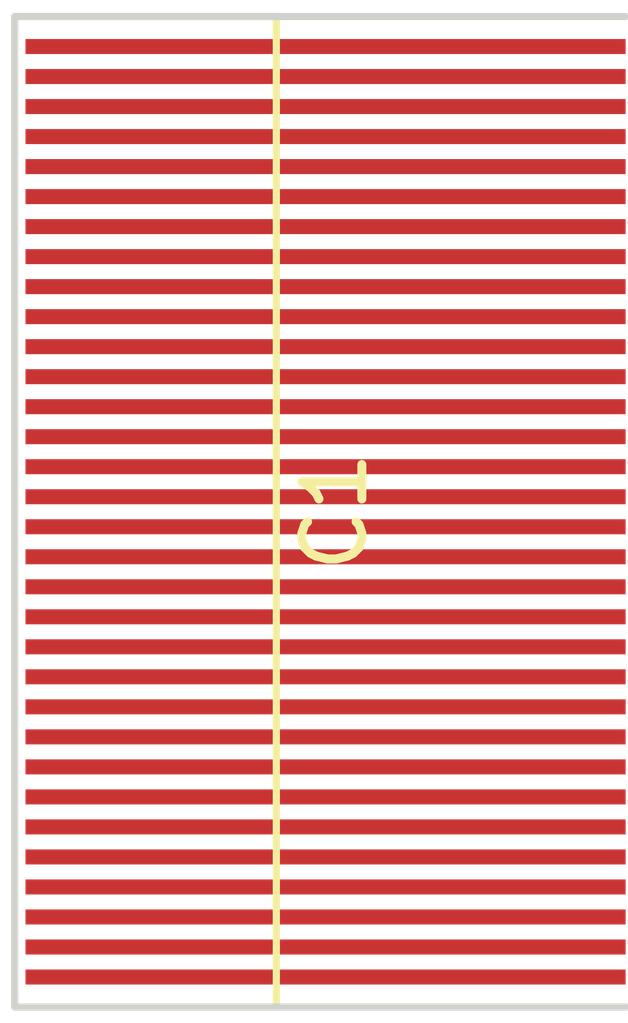
<source format=kicad_pcb>
(kicad_pcb (version 20211014) (generator pcbnew)
  (layers (0 "F.Cu" signal) (31 "B.Cu" signal) (34 "B.Paste" user) (35 "F.Paste" user) (36 "B.SilkS" user "B.Silkscreen") (37 "F.SilkS" user "F.Silkscreen") (38 "B.Mask" user) (39 "F.Mask" user) (44 "Edge.Cuts" user))
  (net 0 "")
  (footprint "trill-flex:trill_flex_long" (layer "F.Cu") (at 66.04 81.28 90)
    (fp_text reference "C1" (at 0 3.15 90) (layer "F.SilkS"))
    (fp_text value "trill-flex-conector")
    (fp_line (start -8.25 2.18) (end -8.25 -2.18) (layer "F.SilkS") (width 0.12))
    (fp_line (start -8.25 -2.18) (end 8.25 -2.18) (layer "F.SilkS") (width 0.12))
    (fp_line (start -8.25 2.18) (end 8.25 2.18) (layer "F.SilkS") (width 0.12))
    (fp_line (start 8.25 2.18) (end 8.25 -2.18) (layer "F.SilkS") (width 0.12))
    (fp_line (start -8.25 -2.18) (end 8.25 -2.18) (layer "Edge.Cuts") (width 0.12))
    (fp_line (start -8.25 8) (end -8.25 -2.18) (layer "Edge.Cuts") (width 0.12))
    (fp_line (start 8.25 8) (end 8.25 -2.18) (layer "Edge.Cuts") (width 0.12))
    (pad "1" smd custom locked (at -7.75 7 90) (size 0.25 2) (layers "F.Cu") (options (clearance outline) (anchor rect)) (primitives (gr_poly (pts (xy -0.125 -1) (xy -0.125 -9) (xy 0.125 -9) (xy 0.125 -1)) (width 0) (fill yes))))
    (pad "2" smd custom locked (at -7.25 7 90) (size 0.25 2) (layers "F.Cu") (options (clearance outline) (anchor rect)) (primitives (gr_poly (pts (xy -0.125 -1) (xy -0.125 -9) (xy 0.125 -9) (xy 0.125 -1)) (width 0) (fill yes))))
    (pad "3" smd custom locked (at -6.75 7 90) (size 0.25 2) (layers "F.Cu") (options (clearance outline) (anchor rect)) (primitives (gr_poly (pts (xy -0.125 -1) (xy -0.125 -9) (xy 0.125 -9) (xy 0.125 -1)) (width 0) (fill yes))))
    (pad "4" smd custom locked (at -6.25 7 90) (size 0.25 2) (layers "F.Cu") (options (clearance outline) (anchor rect)) (primitives (gr_poly (pts (xy -0.125 -1) (xy -0.125 -9) (xy 0.125 -9) (xy 0.125 -1)) (width 0) (fill yes))))
    (pad "5" smd custom locked (at -5.75 7 90) (size 0.25 2) (layers "F.Cu") (options (clearance outline) (anchor rect)) (primitives (gr_poly (pts (xy -0.125 -1) (xy -0.125 -9) (xy 0.125 -9) (xy 0.125 -1)) (width 0) (fill yes))))
    (pad "6" smd custom locked (at -5.25 7 90) (size 0.25 2) (layers "F.Cu") (options (clearance outline) (anchor rect)) (primitives (gr_poly (pts (xy -0.125 -1) (xy -0.125 -9) (xy 0.125 -9) (xy 0.125 -1)) (width 0) (fill yes))))
    (pad "7" smd custom locked (at -4.75 7 90) (size 0.25 2) (layers "F.Cu") (options (clearance outline) (anchor rect)) (primitives (gr_poly (pts (xy -0.125 -1) (xy -0.125 -9) (xy 0.125 -9) (xy 0.125 -1)) (width 0) (fill yes))))
    (pad "8" smd custom locked (at -4.25 7 90) (size 0.25 2) (layers "F.Cu") (options (clearance outline) (anchor rect)) (primitives (gr_poly (pts (xy -0.125 -1) (xy -0.125 -9) (xy 0.125 -9) (xy 0.125 -1)) (width 0) (fill yes))))
    (pad "9" smd custom locked (at -3.75 7 90) (size 0.25 2) (layers "F.Cu") (options (clearance outline) (anchor rect)) (primitives (gr_poly (pts (xy -0.125 -1) (xy -0.125 -9) (xy 0.125 -9) (xy 0.125 -1)) (width 0) (fill yes))))
    (pad "10" smd custom locked (at -3.25 7 90) (size 0.25 2) (layers "F.Cu") (options (clearance outline) (anchor rect)) (primitives (gr_poly (pts (xy -0.125 -1) (xy -0.125 -9) (xy 0.125 -9) (xy 0.125 -1)) (width 0) (fill yes))))
    (pad "11" smd custom locked (at -2.75 7 90) (size 0.25 2) (layers "F.Cu") (options (clearance outline) (anchor rect)) (primitives (gr_poly (pts (xy -0.125 -1) (xy -0.125 -9) (xy 0.125 -9) (xy 0.125 -1)) (width 0) (fill yes))))
    (pad "12" smd custom locked (at -2.25 7 90) (size 0.25 2) (layers "F.Cu") (options (clearance outline) (anchor rect)) (primitives (gr_poly (pts (xy -0.125 -1) (xy -0.125 -9) (xy 0.125 -9) (xy 0.125 -1)) (width 0) (fill yes))))
    (pad "13" smd custom locked (at -1.75 7 90) (size 0.25 2) (layers "F.Cu") (options (clearance outline) (anchor rect)) (primitives (gr_poly (pts (xy -0.125 -1) (xy -0.125 -9) (xy 0.125 -9) (xy 0.125 -1)) (width 0) (fill yes))))
    (pad "14" smd custom locked (at -1.25 7 90) (size 0.25 2) (layers "F.Cu") (options (clearance outline) (anchor rect)) (primitives (gr_poly (pts (xy -0.125 -1) (xy -0.125 -9) (xy 0.125 -9) (xy 0.125 -1)) (width 0) (fill yes))))
    (pad "15" smd custom locked (at -0.75 7 90) (size 0.25 2) (layers "F.Cu") (options (clearance outline) (anchor rect)) (primitives (gr_poly (pts (xy -0.125 -1) (xy -0.125 -9) (xy 0.125 -9) (xy 0.125 -1)) (width 0) (fill yes))))
    (pad "16" smd custom locked (at -0.25 7 90) (size 0.25 2) (layers "F.Cu") (options (clearance outline) (anchor rect)) (primitives (gr_poly (pts (xy -0.125 -1) (xy -0.125 -9) (xy 0.125 -9) (xy 0.125 -1)) (width 0) (fill yes))))
    (pad "17" smd custom locked (at 0.25 7 90) (size 0.25 2) (layers "F.Cu") (options (clearance outline) (anchor rect)) (primitives (gr_poly (pts (xy -0.125 -1) (xy -0.125 -9) (xy 0.125 -9) (xy 0.125 -1)) (width 0) (fill yes))))
    (pad "18" smd custom locked (at 0.75 7 90) (size 0.25 2) (layers "F.Cu") (options (clearance outline) (anchor rect)) (primitives (gr_poly (pts (xy -0.125 -1) (xy -0.125 -9) (xy 0.125 -9) (xy 0.125 -1)) (width 0) (fill yes))))
    (pad "19" smd custom locked (at 1.25 7 90) (size 0.25 2) (layers "F.Cu") (options (clearance outline) (anchor rect)) (primitives (gr_poly (pts (xy -0.125 -1) (xy -0.125 -9) (xy 0.125 -9) (xy 0.125 -1)) (width 0) (fill yes))))
    (pad "20" smd custom locked (at 1.75 7 90) (size 0.25 2) (layers "F.Cu") (options (clearance outline) (anchor rect)) (primitives (gr_poly (pts (xy -0.125 -1) (xy -0.125 -9) (xy 0.125 -9) (xy 0.125 -1)) (width 0) (fill yes))))
    (pad "21" smd custom locked (at 2.25 7 90) (size 0.25 2) (layers "F.Cu") (options (clearance outline) (anchor rect)) (primitives (gr_poly (pts (xy -0.125 -1) (xy -0.125 -9) (xy 0.125 -9) (xy 0.125 -1)) (width 0) (fill yes))))
    (pad "22" smd custom locked (at 2.75 7 90) (size 0.25 2) (layers "F.Cu") (options (clearance outline) (anchor rect)) (primitives (gr_poly (pts (xy -0.125 -1) (xy -0.125 -9) (xy 0.125 -9) (xy 0.125 -1)) (width 0) (fill yes))))
    (pad "23" smd custom locked (at 3.25 7 90) (size 0.25 2) (layers "F.Cu") (options (clearance outline) (anchor rect)) (primitives (gr_poly (pts (xy -0.125 -1) (xy -0.125 -9) (xy 0.125 -9) (xy 0.125 -1)) (width 0) (fill yes))))
    (pad "24" smd custom locked (at 3.75 7 90) (size 0.25 2) (layers "F.Cu") (options (clearance outline) (anchor rect)) (primitives (gr_poly (pts (xy -0.125 -1) (xy -0.125 -9) (xy 0.125 -9) (xy 0.125 -1)) (width 0) (fill yes))))
    (pad "25" smd custom locked (at 4.25 7 90) (size 0.25 2) (layers "F.Cu") (options (clearance outline) (anchor rect)) (primitives (gr_poly (pts (xy -0.125 -1) (xy -0.125 -9) (xy 0.125 -9) (xy 0.125 -1)) (width 0) (fill yes))))
    (pad "26" smd custom locked (at 4.75 7 90) (size 0.25 2) (layers "F.Cu") (options (clearance outline) (anchor rect)) (primitives (gr_poly (pts (xy -0.125 -1) (xy -0.125 -9) (xy 0.125 -9) (xy 0.125 -1)) (width 0) (fill yes))))
    (pad "27" smd custom locked (at 5.25 7 90) (size 0.25 2) (layers "F.Cu") (options (clearance outline) (anchor rect)) (primitives (gr_poly (pts (xy -0.125 -1) (xy -0.125 -9) (xy 0.125 -9) (xy 0.125 -1)) (width 0) (fill yes))))
    (pad "28" smd custom locked (at 5.75 7 90) (size 0.25 2) (layers "F.Cu") (options (clearance outline) (anchor rect)) (primitives (gr_poly (pts (xy -0.125 -1) (xy -0.125 -9) (xy 0.125 -9) (xy 0.125 -1)) (width 0) (fill yes))))
    (pad "29" smd custom locked (at 6.25 7 90) (size 0.25 2) (layers "F.Cu") (options (clearance outline) (anchor rect)) (primitives (gr_poly (pts (xy -0.125 -1) (xy -0.125 -9) (xy 0.125 -9) (xy 0.125 -1)) (width 0) (fill yes))))
    (pad "30" smd custom locked (at 6.75 7 90) (size 0.25 2) (layers "F.Cu") (options (clearance outline) (anchor rect)) (primitives (gr_poly (pts (xy -0.125 -1) (xy -0.125 -9) (xy 0.125 -9) (xy 0.125 -1)) (width 0) (fill yes))))
    (pad "31" smd custom locked (at 7.25 7 90) (size 0.25 2) (layers "F.Cu") (options (clearance outline) (anchor rect)) (primitives (gr_poly (pts (xy -0.125 -1) (xy -0.125 -9) (xy 0.125 -9) (xy 0.125 -1)) (width 0) (fill yes))))
    (pad "32" smd custom locked (at 7.75 7 90) (size 0.25 2) (layers "F.Cu") (options (clearance outline) (anchor rect)) (primitives (gr_poly (pts (xy -0.125 -1) (xy -0.125 -9) (xy 0.125 -9) (xy 0.125 -1)) (width 0) (fill yes))))
  )
)
</source>
